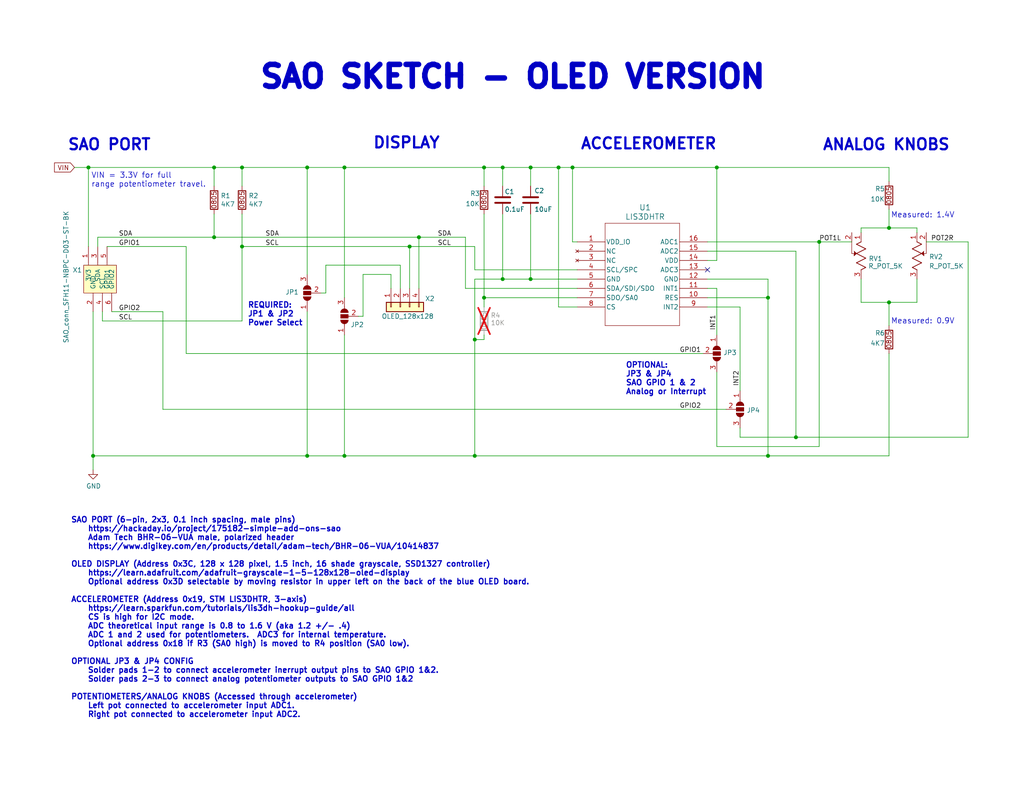
<source format=kicad_sch>
(kicad_sch (version 20231120) (generator "eeschema") (generator_version "8.0")
  (paper "A")
  (title_block (title "SAO Sketch - OLED Version") (date "2024-12-10") (rev "1.2") (company "Concept and design by Andy Geppert @ www.MachineIdeas.com") (comment 2 "https://hackaday.io/project/197581-etch-sao-sketch") (comment 4 "All non-polarized capacitors are X7R or X5R ceramic unless otherwise noted."))
  (lib_symbols
    (symbol "ANDY_SYMBOL_LIBRARY:GND" (power) (pin_names (offset 0))
      (property "Value" "GND" (at 3.937 -1.905 0))
      (symbol "GND_0_1"
        (polyline (pts (xy 0 0) (xy 0 -1.27) (xy 1.27 -1.27) (xy 0 -2.54) (xy -1.27 -1.27) (xy 0 -1.27)))
      )
      (symbol "GND_1_1"
        (pin power_in line (at 0 0 270) (length 0) hide (name "GND") (number "1"))
      )
    )
    (symbol "ANDY_SYMBOL_LIBRARY:LIS3DHTR" (pin_names (offset 0.254))
      (property "Reference" "U" (at 18.288 9.652 0))
      (property "Value" "LIS3DHTR" (at 18.288 7.112 0))
      (symbol "LIS3DHTR_0_1"
        (polyline (pts (xy 7.62 -22.86) (xy 27.94 -22.86)) (stroke (width 0.127)))
        (polyline (pts (xy 7.62 5.08) (xy 7.62 -22.86)) (stroke (width 0.127)))
        (polyline (pts (xy 27.94 -22.86) (xy 27.94 5.08)) (stroke (width 0.127)))
        (polyline (pts (xy 27.94 5.08) (xy 7.62 5.08)) (stroke (width 0.127)))
        (pin power_in line (at 0 0 0) (length 7.62) (name "VDD_IO") (number "1"))
        (pin unspecified line (at 35.56 -15.24 180) (length 7.62) (name "RES") (number "10"))
        (pin unspecified line (at 35.56 -12.7 180) (length 7.62) (name "INT1") (number "11"))
        (pin power_in line (at 35.56 -10.16 180) (length 7.62) (name "GND") (number "12"))
        (pin input line (at 35.56 -7.62 180) (length 7.62) (name "ADC3") (number "13"))
        (pin power_in line (at 35.56 -5.08 180) (length 7.62) (name "VDD") (number "14"))
        (pin input line (at 35.56 -2.54 180) (length 7.62) (name "ADC2") (number "15"))
        (pin input line (at 35.56 0 180) (length 7.62) (name "ADC1") (number "16"))
        (pin no_connect line (at 0 -2.54 0) (length 7.62) (name "NC") (number "2"))
        (pin no_connect line (at 0 -5.08 0) (length 7.62) (name "NC") (number "3"))
        (pin unspecified line (at 0 -7.62 0) (length 7.62) (name "SCL/SPC") (number "4"))
        (pin power_in line (at 0 -10.16 0) (length 7.62) (name "GND") (number "5"))
        (pin unspecified line (at 0 -12.7 0) (length 7.62) (name "SDA/SDI/SDO") (number "6"))
        (pin unspecified line (at 0 -15.24 0) (length 7.62) (name "SDO/SA0") (number "7"))
        (pin unspecified line (at 0 -17.78 0) (length 7.62) (name "CS") (number "8"))
        (pin unspecified line (at 35.56 -17.78 180) (length 7.62) (name "INT2") (number "9"))
      )
    )
    (symbol "ANDY_SYMBOL_LIBRARY:POT_91AR5KLF" (pin_names (offset 0.254))
      (property "Reference" "R" (at 5.715 6.985 0))
      (property "Value" "POT_91AR5KLF" (at 6.35 -3.81 0))
      (symbol "POT_91AR5KLF_1_1"
        (polyline (pts (xy 2.54 0) (xy 3.175 1.27)) (stroke (width 0.2032)))
        (polyline (pts (xy 2.54 2.54) (xy 5.715 2.54)) (stroke (width 0.127)))
        (polyline (pts (xy 3.175 1.27) (xy 4.445 -1.27)) (stroke (width 0.2032)))
        (polyline (pts (xy 4.445 -1.27) (xy 5.715 1.27)) (stroke (width 0.2032)))
        (polyline (pts (xy 5.715 1.27) (xy 6.985 -1.27)) (stroke (width 0.2032)))
        (polyline (pts (xy 5.715 2.54) (xy 5.715 1.27)) (stroke (width 0.127)))
        (polyline (pts (xy 6.985 -1.27) (xy 8.255 1.27)) (stroke (width 0.2032)))
        (polyline (pts (xy 8.255 1.27) (xy 9.525 -1.27)) (stroke (width 0.2032)))
        (polyline (pts (xy 9.525 -1.27) (xy 10.16 0)) (stroke (width 0.2032)))
        (polyline (pts (xy 5.08 1.905) (xy 5.715 1.27) (xy 6.35 1.905) (xy 5.715 1.905)) (fill (type outline)))
        (pin unspecified line (at 0 0 0) (length 2.54) (name "") (number "1"))
        (pin unspecified line (at 2.54 2.54 180) (length 2.54) (name "") (number "2"))
        (pin unspecified line (at 12.7 0 180) (length 2.54) (name "") (number "3"))
      )
    )
    (symbol "ANDY_SYMBOL_LIBRARY:Resistor_0805" (pin_numbers hide) (pin_names (offset 0))
      (property "Reference" "R" (at 2.032 0 90))
      (property "Value" "Resistor_0805" (at 0 0 90))
      (symbol "Resistor_0805_0_1"
        (rectangle (start -1.016 -2.54) (end 1.016 2.54) (stroke (width 0.254)))
      )
      (symbol "Resistor_0805_1_1"
        (text "0805" (at 0 0 900) (effects (font (size 1.27 1.27))))
        (pin passive line (at 0 3.81 270) (length 1.27) (name "~") (number "1"))
        (pin passive line (at 0 -3.81 90) (length 1.27) (name "~") (number "2"))
      )
    )
    (symbol "ANDY_SYMBOL_LIBRARY:SAO_conn_SFH11-NBPC-D03-ST-BK-badgelife_shitty_addon_v169bis" (pin_names (offset 1.016))
      (property "Reference" "X1" (at -8.1534 1.1938 0))
      (property "Value" "SAO_conn_SFH11-NBPC-D03-ST-BK" (at -10.6934 -18.9484 0))
      (symbol "SAO_conn_SFH11-NBPC-D03-ST-BK-badgelife_shitty_addon_v169bis_0_1"
        (rectangle (start -5.08 2.54) (end 3.81 -5.08) (fill (type background)))
      )
      (symbol "SAO_conn_SFH11-NBPC-D03-ST-BK-badgelife_shitty_addon_v169bis_1_1"
        (pin input line (at -3.81 7.62 270) (length 5.08) (name "3V3") (number "1"))
        (pin input line (at -2.54 -10.16 90) (length 5.08) (name "GND") (number "2"))
        (pin input line (at -1.27 7.62 270) (length 5.08) (name "SDA") (number "3"))
        (pin input line (at 0 -10.16 90) (length 5.08) (name "SCL") (number "4"))
        (pin input line (at 1.27 7.62 270) (length 5.08) (name "GPIO1") (number "5"))
        (pin input line (at 2.54 -10.16 90) (length 5.08) (name "GPIO2") (number "6"))
      )
    )
    (symbol "CORE_64_LIBRARY:SolderJumper_3_Open-Jumper" (pin_names (offset 0) hide)
      (property "Reference" "JP1" (at -1.27 2.54 90))
      (symbol "SolderJumper_3_Open-Jumper_0_1"
        (arc (start -1.016 1.016) (mid -2.0275 0) (end -1.016 -1.016))
        (arc (start -1.016 1.016) (mid -2.0275 0) (end -1.016 -1.016) (fill (type outline)))
        (rectangle (start -0.508 1.016) (end 0.508 -1.016) (fill (type outline)))
        (polyline (pts (xy -2.54 0) (xy -2.032 0)))
        (polyline (pts (xy -1.016 1.016) (xy -1.016 -1.016)))
        (polyline (pts (xy 0 -1.27) (xy 0 -1.016)))
        (polyline (pts (xy 1.016 1.016) (xy 1.016 -1.016)))
        (polyline (pts (xy 2.54 0) (xy 2.032 0)))
        (arc (start 1.016 -1.016) (mid 2.0275 0) (end 1.016 1.016))
        (arc (start 1.016 -1.016) (mid 2.0275 0) (end 1.016 1.016) (fill (type outline)))
      )
      (symbol "SolderJumper_3_Open-Jumper_1_1"
        (pin passive line (at -5.08 0 0) (length 2.54) (name "A") (number "1"))
        (pin input line (at 0 -3.81 90) (length 2.54) (name "C") (number "2"))
        (pin passive line (at 5.08 0 180) (length 2.54) (name "B") (number "3"))
      )
    )
    (symbol "Connector_Generic:Conn_01x04" (pin_names (offset 1.016) hide)
      (property "Reference" "J" (at 0 5.08 0))
      (property "Value" "Conn_01x04" (at 0 -7.62 0))
      (symbol "Conn_01x04_1_1"
        (rectangle (start -1.27 -4.953) (end 0 -5.207) (stroke (width 0.1524)))
        (rectangle (start -1.27 -2.413) (end 0 -2.667) (stroke (width 0.1524)))
        (rectangle (start -1.27 0.127) (end 0 -0.127) (stroke (width 0.1524)))
        (rectangle (start -1.27 2.667) (end 0 2.413) (stroke (width 0.1524)))
        (rectangle (start -1.27 3.81) (end 1.27 -6.35) (stroke (width 0.254)) (fill (type background)))
        (pin passive line (at -5.08 2.54 0) (length 3.81) (name "Pin_1") (number "1"))
        (pin passive line (at -5.08 0 0) (length 3.81) (name "Pin_2") (number "2"))
        (pin passive line (at -5.08 -2.54 0) (length 3.81) (name "Pin_3") (number "3"))
        (pin passive line (at -5.08 -5.08 0) (length 3.81) (name "Pin_4") (number "4"))
      )
    )
    (symbol "Device:C" (pin_numbers hide) (pin_names (offset 0.254))
      (property "Reference" "C" (at 0.635 2.54 0))
      (property "Value" "C" (at 0.635 -2.54 0))
      (symbol "C_0_1"
        (polyline (pts (xy -2.032 -0.762) (xy 2.032 -0.762)) (stroke (width 0.508)))
        (polyline (pts (xy -2.032 0.762) (xy 2.032 0.762)) (stroke (width 0.508)))
      )
      (symbol "C_1_1"
        (pin passive line (at 0 3.81 270) (length 2.794) (name "~") (number "1"))
        (pin passive line (at 0 -3.81 90) (length 2.794) (name "~") (number "2"))
      )
    )
  )
  (bus_alias "CA_SHIFT_REGISTER_BUS" (members "CM_SR_CLK" "CM_SR_LAT" "CM_SR_~{OE}" "CM_SR_SER1"))
  (bus_alias "CM_TRANSISTOR_DRIVE_BUS" (members "CM_Q1N" "CM_Q1P" "CM_Q2N" "CM_Q2P" "CM_Q3N" "CM_Q3P" "CM_Q4N" "CM_Q4P" "CM_Q5N" "CM_Q5P" "CM_Q6N" "CM_Q6P" "CM_Q7N" "CM_Q7P" "CM_Q8N" "CM_Q8P" "CM_Q9N" "CM_Q9P" "CM_Q10N" "CM_Q10P" "CA_SR_GPO_A" "CA_SR_GPO_B" "CA_SR_GPO_C" "CA_SR_GPO_D"))
  (bus_alias "GPIO_CPS_BUS" (members "GPIO1_CP1_SAO1" "GPIO2_CP2_SAO2" "GPIO3_CP3_DC" "GPIO4_CP4_CS2" "GPIO5_CP5_HS1" "GPIO6_CP6_HS2" "GPIO7_CP7_HS3" "GPIO8_CP8_HS4"))
  (bus_alias "I2C_3V3_BUS" (members "I2C_3V3_SCL" "I2C_3V3_SDA"))
  (bus_alias "SPI_3V3_BUS" (members "SPI_CD" "SPI_RESET" "SPI_SDI" "SPI_CS1" "SPI_CLK" "SPI_SDO"))
  (junction (at 83.82 45.72))
  (junction (at 93.98 45.72))
  (junction (at 66.04 45.72))
  (junction (at 66.04 67.31))
  (junction (at 217.17 119.38))
  (junction (at 132.08 45.72))
  (junction (at 25.4 124.46))
  (junction (at 83.82 124.46))
  (junction (at 209.55 124.46))
  (junction (at 58.42 64.77))
  (junction (at 144.78 76.2))
  (junction (at 144.78 45.72))
  (junction (at 195.58 45.72))
  (junction (at 129.54 92.71))
  (junction (at 242.57 62.23))
  (junction (at 137.16 45.72))
  (junction (at 242.57 82.55))
  (junction (at 24.13 45.72))
  (junction (at 152.4 45.72))
  (junction (at 58.42 45.72))
  (junction (at 114.3 64.77))
  (junction (at 209.55 81.28))
  (junction (at 111.76 67.31))
  (junction (at 129.54 124.46))
  (junction (at 156.21 45.72))
  (junction (at 223.52 66.04))
  (junction (at 137.16 76.2))
  (junction (at 93.98 124.46))
  (junction (at 132.08 81.28))
  (no_connect (at 193.04 73.66))
  (wire (pts (xy 156.21 45.72) (xy 195.58 45.72)))
  (wire (pts (xy 24.13 45.72) (xy 58.42 45.72)))
  (wire (pts (xy 217.17 119.38) (xy 264.16 119.38)))
  (wire (pts (xy 27.94 87.63) (xy 27.94 85.09)))
  (wire (pts (xy 195.58 121.92) (xy 195.58 101.6)))
  (wire (pts (xy 193.04 83.82) (xy 201.93 83.82)))
  (wire (pts (xy 132.08 81.28) (xy 132.08 58.42)))
  (wire (pts (xy 127 78.74) (xy 127 64.77)))
  (wire (pts (xy 252.73 66.04) (xy 264.16 66.04)))
  (wire (pts (xy 195.58 45.72) (xy 242.57 45.72)))
  (wire (pts (xy 30.48 85.09) (xy 44.45 85.09)))
  (wire (pts (xy 264.16 119.38) (xy 264.16 66.04)))
  (wire (pts (xy 137.16 58.42) (xy 137.16 76.2)))
  (wire (pts (xy 25.4 124.46) (xy 83.82 124.46)))
  (wire (pts (xy 157.48 81.28) (xy 132.08 81.28)))
  (wire (pts (xy 137.16 45.72) (xy 137.16 50.8)))
  (wire (pts (xy 20.32 45.72) (xy 24.13 45.72)))
  (wire (pts (xy 58.42 58.42) (xy 58.42 64.77)))
  (wire (pts (xy 50.8 67.31) (xy 50.8 96.52)))
  (wire (pts (xy 66.04 45.72) (xy 83.82 45.72)))
  (wire (pts (xy 83.82 45.72) (xy 83.82 74.93)))
  (wire (pts (xy 242.57 88.9) (xy 242.57 82.55)))
  (wire (pts (xy 50.8 96.52) (xy 191.77 96.52)))
  (wire (pts (xy 193.04 78.74) (xy 195.58 78.74)))
  (wire (pts (xy 83.82 85.09) (xy 83.82 124.46)))
  (wire (pts (xy 88.9 72.39) (xy 109.22 72.39)))
  (wire (pts (xy 132.08 91.44) (xy 132.08 92.71)))
  (wire (pts (xy 66.04 58.42) (xy 66.04 67.31)))
  (wire (pts (xy 137.16 45.72) (xy 144.78 45.72)))
  (wire (pts (xy 129.54 124.46) (xy 209.55 124.46)))
  (wire (pts (xy 144.78 45.72) (xy 144.78 50.8)))
  (wire (pts (xy 93.98 45.72) (xy 132.08 45.72)))
  (wire (pts (xy 234.95 76.2) (xy 234.95 82.55)))
  (wire (pts (xy 114.3 64.77) (xy 127 64.77)))
  (wire (pts (xy 144.78 76.2) (xy 157.48 76.2)))
  (wire (pts (xy 129.54 76.2) (xy 129.54 92.71)))
  (wire (pts (xy 217.17 68.58) (xy 217.17 119.38)))
  (wire (pts (xy 26.67 64.77) (xy 26.67 67.31)))
  (wire (pts (xy 157.48 78.74) (xy 127 78.74)))
  (wire (pts (xy 99.06 86.36) (xy 99.06 74.93)))
  (wire (pts (xy 93.98 91.44) (xy 93.98 124.46)))
  (wire (pts (xy 152.4 83.82) (xy 157.48 83.82)))
  (wire (pts (xy 109.22 72.39) (xy 109.22 78.74)))
  (wire (pts (xy 58.42 64.77) (xy 114.3 64.77)))
  (wire (pts (xy 58.42 45.72) (xy 66.04 45.72)))
  (wire (pts (xy 106.68 74.93) (xy 106.68 78.74)))
  (wire (pts (xy 83.82 45.72) (xy 93.98 45.72)))
  (wire (pts (xy 195.58 78.74) (xy 195.58 91.44)))
  (wire (pts (xy 242.57 82.55) (xy 250.19 82.55)))
  (wire (pts (xy 157.48 66.04) (xy 156.21 66.04)))
  (wire (pts (xy 195.58 45.72) (xy 195.58 71.12)))
  (wire (pts (xy 132.08 45.72) (xy 137.16 45.72)))
  (wire (pts (xy 223.52 66.04) (xy 223.52 121.92)))
  (wire (pts (xy 58.42 45.72) (xy 58.42 50.8)))
  (wire (pts (xy 209.55 124.46) (xy 242.57 124.46)))
  (wire (pts (xy 132.08 92.71) (xy 129.54 92.71)))
  (wire (pts (xy 44.45 111.76) (xy 198.12 111.76)))
  (wire (pts (xy 93.98 45.72) (xy 93.98 81.28)))
  (wire (pts (xy 144.78 45.72) (xy 152.4 45.72)))
  (wire (pts (xy 234.95 62.23) (xy 242.57 62.23)))
  (wire (pts (xy 27.94 87.63) (xy 66.04 87.63)))
  (wire (pts (xy 83.82 124.46) (xy 93.98 124.46)))
  (wire (pts (xy 242.57 96.52) (xy 242.57 124.46)))
  (wire (pts (xy 114.3 64.77) (xy 114.3 78.74)))
  (wire (pts (xy 111.76 67.31) (xy 129.54 67.31)))
  (wire (pts (xy 152.4 45.72) (xy 152.4 83.82)))
  (wire (pts (xy 193.04 71.12) (xy 195.58 71.12)))
  (wire (pts (xy 137.16 76.2) (xy 144.78 76.2)))
  (wire (pts (xy 88.9 80.01) (xy 87.63 80.01)))
  (wire (pts (xy 44.45 85.09) (xy 44.45 111.76)))
  (wire (pts (xy 223.52 66.04) (xy 232.41 66.04)))
  (wire (pts (xy 242.57 45.72) (xy 242.57 49.53)))
  (wire (pts (xy 137.16 76.2) (xy 129.54 76.2)))
  (wire (pts (xy 217.17 68.58) (xy 193.04 68.58)))
  (wire (pts (xy 223.52 121.92) (xy 195.58 121.92)))
  (wire (pts (xy 129.54 73.66) (xy 129.54 67.31)))
  (wire (pts (xy 201.93 83.82) (xy 201.93 106.68)))
  (wire (pts (xy 152.4 45.72) (xy 156.21 45.72)))
  (wire (pts (xy 209.55 81.28) (xy 209.55 124.46)))
  (wire (pts (xy 144.78 58.42) (xy 144.78 76.2)))
  (wire (pts (xy 156.21 66.04) (xy 156.21 45.72)))
  (wire (pts (xy 250.19 76.2) (xy 250.19 82.55)))
  (wire (pts (xy 234.95 62.23) (xy 234.95 63.5)))
  (wire (pts (xy 129.54 92.71) (xy 129.54 124.46)))
  (wire (pts (xy 242.57 62.23) (xy 250.19 62.23)))
  (wire (pts (xy 88.9 80.01) (xy 88.9 72.39)))
  (wire (pts (xy 93.98 124.46) (xy 129.54 124.46)))
  (wire (pts (xy 25.4 128.27) (xy 25.4 124.46)))
  (wire (pts (xy 242.57 57.15) (xy 242.57 62.23)))
  (wire (pts (xy 111.76 67.31) (xy 111.76 78.74)))
  (wire (pts (xy 201.93 119.38) (xy 217.17 119.38)))
  (wire (pts (xy 66.04 67.31) (xy 66.04 87.63)))
  (wire (pts (xy 99.06 74.93) (xy 106.68 74.93)))
  (wire (pts (xy 66.04 67.31) (xy 111.76 67.31)))
  (wire (pts (xy 157.48 73.66) (xy 129.54 73.66)))
  (wire (pts (xy 193.04 81.28) (xy 209.55 81.28)))
  (wire (pts (xy 250.19 62.23) (xy 250.19 63.5)))
  (wire (pts (xy 29.21 67.31) (xy 50.8 67.31)))
  (wire (pts (xy 25.4 124.46) (xy 25.4 85.09)))
  (wire (pts (xy 234.95 82.55) (xy 242.57 82.55)))
  (wire (pts (xy 209.55 76.2) (xy 209.55 81.28)))
  (wire (pts (xy 132.08 81.28) (xy 132.08 83.82)))
  (wire (pts (xy 193.04 76.2) (xy 209.55 76.2)))
  (wire (pts (xy 201.93 119.38) (xy 201.93 116.84)))
  (wire (pts (xy 193.04 66.04) (xy 223.52 66.04)))
  (wire (pts (xy 66.04 45.72) (xy 66.04 50.8)))
  (wire (pts (xy 97.79 86.36) (xy 99.06 86.36)))
  (wire (pts (xy 132.08 45.72) (xy 132.08 50.8)))
  (wire (pts (xy 24.13 45.72) (xy 24.13 67.31)))
  (wire (pts (xy 26.67 64.77) (xy 58.42 64.77)))
  (text "SAO PORT (6-pin, 2x3, 0.1 inch spacing, male pins)\n    https://hackaday.io/project/175182-simple-add-ons-sao\n    Adam Tech BHR-06-VUA male, polarized header\n    https://www.digikey.com/en/products/detail/adam-tech/BHR-06-VUA/10414837\n\nOLED DISPLAY (Address 0x3C, 128 x 128 pixel, 1.5 inch, 16 shade grayscale, SSD1327 controller)\n    https://learn.adafruit.com/adafruit-grayscale-1-5-128x128-oled-display\n    Optional address 0x3D selectable by moving resistor in upper left on the back of the blue OLED board.\n\nACCELEROMETER (Address 0x19, STM LIS3DHTR, 3-axis)\n    https://learn.sparkfun.com/tutorials/lis3dh-hookup-guide/all\n    CS is high for I2C mode.\n    ADC theoretical input range is 0.8 to 1.6 V (aka 1.2 +/- .4)\n    ADC 1 and 2 used for potentiometers.  ADC3 for internal temperature.\n    Optional address 0x18 if R3 (SA0 high) is moved to R4 position (SA0 low).\n\nOPTIONAL JP3 & JP4 CONFIG\n    Solder pads 1-2 to connect accelerometer inerrupt output pins to SAO GPIO 1&2.\n    Solder pads 2-3 to connect analog potentiometer outputs to SAO GPIO 1&2  \n\nPOTENTIOMETERS/ANALOG KNOBS (Accessed through accelerometer)\n    Left pot connected to accelerometer input ADC1.\n    Right pot connected to accelerometer input ADC2." (at 19.304 196.088 0) (effects (font (size 1.5 1.5) (thickness 0.3) (bold yes)) (justify left bottom)))
  (text "Measured: 1.4V" (at 243.078 59.69 0) (effects (font (size 1.5 1.5)) (justify left bottom)))
  (text "REQUIRED:\nJP1 & JP2\nPower Select" (at 67.564 89.154 0) (effects (font (size 1.5 1.5) (thickness 0.3) (bold yes)) (justify left bottom)))
  (text "DISPLAY" (at 101.6 40.894 0) (effects (font (size 3 3) (thickness 0.6) (bold yes)) (justify left bottom)))
  (text "ANALOG KNOBS" (at 224.282 41.402 0) (effects (font (size 3 3) (thickness 0.6) (bold yes)) (justify left bottom)))
  (text "SAO SKETCH - OLED VERSION" (at 70.358 24.638 0) (effects (font (size 6 6) (thickness 1.6) (bold yes)) (justify left bottom)))
  (text "Measured: 0.9V" (at 243.078 88.646 0) (effects (font (size 1.5 1.5)) (justify left bottom)))
  (text "VIN = 3.3V for full\nrange potentiometer travel." (at 24.892 51.308 0) (effects (font (size 1.5 1.5)) (justify left bottom)))
  (text "OPTIONAL:\nJP3 & JP4\nSAO GPIO 1 & 2\nAnalog or Interrupt" (at 170.688 107.95 0) (effects (font (size 1.5 1.5) (thickness 0.3) (bold yes)) (justify left bottom)))
  (text "ACCELEROMETER" (at 158.242 41.148 0) (effects (font (size 3 3) (thickness 0.6) (bold yes)) (justify left bottom)))
  (text "SAO PORT" (at 18.288 41.402 0) (effects (font (size 3 3) (thickness 0.6) (bold yes)) (justify left bottom)))
  (label "SDA" (at 32.385 64.77 0))
  (label "GPIO1" (at 32.385 67.31 0))
  (label "SCL" (at 32.385 87.63 0))
  (label "POT2R" (at 254 66.04 0))
  (label "INT2" (at 201.93 105.41 90))
  (label "GPIO2" (at 32.385 85.09 0))
  (label "GPIO1" (at 185.42 96.52 0))
  (label "SCL" (at 119.38 67.31 0))
  (label "SDA" (at 72.39 64.77 0))
  (label "GPIO2" (at 185.42 111.76 0))
  (label "POT1L" (at 223.52 66.04 0))
  (label "SDA" (at 119.38 64.77 0))
  (label "SCL" (at 72.39 67.31 0))
  (label "INT1" (at 195.58 90.17 90))
  (global_label "VIN" (shape input) (at 20.32 45.72 180) (property "Intersheetrefs" "${INTERSHEET_REFS}" (effects (hide yes))))
  (symbol (lib_id "ANDY_SYMBOL_LIBRARY:Resistor_0805") (at 66.04 54.61 0) (unit 1)
    (property "Reference" "R2" (at 67.818 53.4416 0) (effects (justify left)))
    (property "Value" "4K7" (at 67.818 55.753 0) (effects (justify left)))
    (property "Footprint" "Resistor_SMD:R_0805_2012Metric" (effects (hide yes)))
    (property "Description" "Resistor" (effects (hide yes)))
    (property "Populate" "no" (effects (hide yes)))
    (property "LCSC" "C17673" (effects (hide yes)))
  )
  (symbol (lib_id "CORE_64_LIBRARY:SolderJumper_3_Open-Jumper") (at 201.93 111.76 270) (unit 1)
    (property "Reference" "JP4" (at 203.708 112.014 90) (effects (justify left)))
    (property "Value" "SolderJumper_3_Open" (effects (hide yes)))
    (property "Footprint" "Jumper:SolderJumper-3_P1.3mm_Open_RoundedPad1.0x1.5mm_NumberLabels" (effects (hide yes)))
    (property "Insert?" "No" (effects (hide yes)))
    (property "Populate" "DNP" (effects (hide yes)))
  )
  (symbol (lib_id "CORE_64_LIBRARY:SolderJumper_3_Open-Jumper") (at 195.58 96.52 270) (unit 1)
    (property "Reference" "JP3" (at 197.358 96.266 90) (effects (justify left)))
    (property "Value" "SolderJumper_3_Open" (effects (hide yes)))
    (property "Footprint" "Jumper:SolderJumper-3_P1.3mm_Open_RoundedPad1.0x1.5mm_NumberLabels" (effects (hide yes)))
    (property "Insert?" "No" (effects (hide yes)))
    (property "Populate" "DNP" (effects (hide yes)))
  )
  (symbol (lib_id "ANDY_SYMBOL_LIBRARY:Resistor_0805") (at 58.42 54.61 0) (unit 1)
    (property "Reference" "R1" (at 60.198 53.4416 0) (effects (justify left)))
    (property "Value" "4K7" (at 60.198 55.753 0) (effects (justify left)))
    (property "Footprint" "Resistor_SMD:R_0805_2012Metric" (effects (hide yes)))
    (property "Description" "Resistor" (effects (hide yes)))
    (property "Populate" "no" (effects (hide yes)))
    (property "LCSC" "C17673" (effects (hide yes)))
  )
  (symbol (lib_id "ANDY_SYMBOL_LIBRARY:GND") (at 25.4 128.27 0) (unit 1)
    (property "Reference" "#PWR02" (effects (hide yes)))
    (property "Value" "GND" (at 25.527 132.715 0))
  )
  (symbol (lib_id "ANDY_SYMBOL_LIBRARY:LIS3DHTR") (at 157.48 66.04 0) (unit 1)
    (property "Reference" "U1" (at 176.022 56.642 0) (effects (font (size 1.524 1.524))))
    (property "Value" "LIS3DHTR" (at 176.022 59.182 0) (effects (font (size 1.524 1.524))))
    (property "Footprint" "Andy_Footprint_Library:LGA-16_3x3x1mm_STM" (effects (hide yes)))
    (property "Datasheet" "LIS3DHTR" (effects (hide yes)))
    (property "Digi-Key_PN" "497-10613-2-ND" (effects (hide yes)))
    (property "LCSC" "C15134" (effects (hide yes)))
    (property "Manufacturer" "STMicroelectronics" (effects (hide yes)))
    (property "Manufacturer_Part_Number" "LIS3DHTR" (effects (hide yes)))
  )
  (symbol (lib_id "Connector_Generic:Conn_01x04") (at 109.22 83.82 90) (mirror x) (unit 1)
    (property "Reference" "X2" (at 118.618 81.534 90) (effects (justify left)))
    (property "Value" "OLED_128x128" (at 118.364 86.36 90) (effects (justify left)))
    (property "Footprint" "Andy_Footprint_Library:OLED_1.50_128x128" (effects (hide yes)))
    (property "Insert?" "No" (effects (hide yes)))
    (property "Populate" "DNP" (effects (hide yes)))
    (property "User Optional" "yes" (effects (hide yes)))
  )
  (symbol (lib_id "ANDY_SYMBOL_LIBRARY:POT_91AR5KLF") (at 234.95 63.5 90) (mirror x) (unit 1)
    (property "Reference" "RV1" (at 240.792 70.612 90) (effects (justify left)))
    (property "Value" "R_POT_5K" (at 246.38 72.644 90) (effects (justify left)))
    (property "Footprint" "Andy_Footprint_Library:POT_RES3_91A_TTE" (effects (hide yes)))
    (property "Datasheet" "91AR5KLF" (effects (hide yes)))
    (property "Description" "Potentiometer, US symbol" (effects (hide yes)))
    (property "Digi-Key_PN" "987-1171-ND" (effects (hide yes)))
    (property "Manufacturer" "TT Electronics" (effects (hide yes)))
    (property "Manufacturer_Part_Number" "91AR5KLF" (effects (hide yes)))
  )
  (symbol (lib_id "ANDY_SYMBOL_LIBRARY:Resistor_0805") (at 132.08 54.61 0) (unit 1)
    (property "Reference" "R3" (at 128.27 52.832 0) (effects (justify left)))
    (property "Value" "10K" (at 127 55.626 0) (effects (justify left)))
    (property "Footprint" "Resistor_SMD:R_0805_2012Metric" (effects (hide yes)))
    (property "Description" "Resistor" (effects (hide yes)))
    (property "Populate" "no" (effects (hide yes)))
    (property "LCSC" "C17414" (effects (hide yes)))
  )
  (symbol (lib_id "ANDY_SYMBOL_LIBRARY:Resistor_0805") (at 132.08 87.63 0) (unit 1) (dnp yes)
    (property "Reference" "R4" (at 133.858 86.106 0) (effects (justify left)))
    (property "Value" "10K" (at 133.858 88.138 0) (effects (justify left)))
    (property "Footprint" "Resistor_SMD:R_0805_2012Metric" (effects (hide yes)))
    (property "Description" "Resistor" (effects (hide yes)))
    (property "Populate" "no" (effects (hide yes)))
    (property "LCSC" "C17414" (effects (hide yes)))
  )
  (symbol (lib_id "ANDY_SYMBOL_LIBRARY:Resistor_0805") (at 242.57 92.71 0) (unit 1)
    (property "Reference" "R6" (at 238.76 90.932 0) (effects (justify left)))
    (property "Value" "4K7" (at 237.49 93.726 0) (effects (justify left)))
    (property "Footprint" "Resistor_SMD:R_0805_2012Metric" (effects (hide yes)))
    (property "Description" "Resistor" (effects (hide yes)))
    (property "Populate" "no" (effects (hide yes)))
    (property "LCSC" "C17673" (effects (hide yes)))
  )
  (symbol (lib_id "Device:C") (at 137.16 54.61 0) (unit 1)
    (property "Reference" "C1" (at 137.668 52.324 0) (effects (justify left)))
    (property "Value" "0.1uF" (at 137.668 57.15 0) (effects (justify left)))
    (property "Footprint" "Capacitor_SMD:C_0805_2012Metric" (effects (hide yes)))
    (property "Description" "CAP" (effects (hide yes)))
    (property "Insert?" "Yes" (effects (hide yes)))
    (property "LCSC" "C28233" (effects (hide yes)))
    (property "Populate" "yes" (effects (hide yes)))
  )
  (symbol (lib_id "Device:C") (at 144.78 54.61 0) (unit 1)
    (property "Reference" "C2" (at 145.796 52.07 0) (effects (justify left)))
    (property "Value" "10uF" (at 145.796 57.15 0) (effects (justify left)))
    (property "Footprint" "Capacitor_SMD:C_0805_2012Metric" (effects (hide yes)))
    (property "Description" "CAP" (effects (hide yes)))
    (property "Insert?" "Yes" (effects (hide yes)))
    (property "LCSC" "C17024" (effects (hide yes)))
    (property "Populate" "yes" (effects (hide yes)))
  )
  (symbol (lib_id "ANDY_SYMBOL_LIBRARY:SAO_conn_SFH11-NBPC-D03-ST-BK-badgelife_shitty_addon_v169bis") (at 27.94 74.93 0) (unit 1)
    (property "Reference" "X1" (at 19.7866 73.7362 0) (effects (justify left)))
    (property "Value" "SAO_conn_SFH11-NBPC-D03-ST-BK" (at 18.034 93.726 90) (effects (justify left)))
    (property "Footprint" "Andy_Footprint_Library:Badgelife-SAOv169-BADGE-2x3-Edge-Connect-no-front-text-shortened" (effects (hide yes)))
    (property "Description" "CONN HDR 6POS KEYED SOCKET 0.1 T.H." (effects (hide yes)))
    (property "MPN" "SFH11-NBPC-D03-ST-BK" (effects (hide yes)))
    (property "Manufacturer_Name" "Sullins" (effects (hide yes)))
    (property "Insert?" "Yes" (effects (hide yes)))
    (property "Populate" "DNP" (effects (hide yes)))
    (property "User Optional" "yes" (effects (hide yes)))
  )
  (symbol (lib_id "ANDY_SYMBOL_LIBRARY:POT_91AR5KLF") (at 250.19 63.5 270) (unit 1)
    (property "Reference" "RV2" (at 253.492 70.104 90) (effects (justify left)))
    (property "Value" "R_POT_5K" (at 253.492 72.644 90) (effects (justify left)))
    (property "Footprint" "Andy_Footprint_Library:POT_RES3_91A_TTE" (effects (hide yes)))
    (property "Datasheet" "91AR5KLF" (effects (hide yes)))
    (property "Description" "Potentiometer, US symbol" (effects (hide yes)))
    (property "Digi-Key_PN" "987-1171-ND" (effects (hide yes)))
    (property "Manufacturer" "TT Electronics" (effects (hide yes)))
    (property "Manufacturer_Part_Number" "91AR5KLF" (effects (hide yes)))
  )
  (symbol (lib_id "CORE_64_LIBRARY:SolderJumper_3_Open-Jumper") (at 83.82 80.01 90) (unit 1)
    (property "Reference" "JP1" (at 81.534 79.756 90) (effects (justify left)))
    (property "Value" "SolderJumper_3_Open" (effects (hide yes)))
    (property "Footprint" "Jumper:SolderJumper-3_P1.3mm_Open_RoundedPad1.0x1.5mm_NumberLabels" (effects (hide yes)))
    (property "Insert?" "No" (effects (hide yes)))
    (property "Populate" "DNP" (effects (hide yes)))
  )
  (symbol (lib_id "ANDY_SYMBOL_LIBRARY:Resistor_0805") (at 242.57 53.34 0) (unit 1)
    (property "Reference" "R5" (at 238.76 51.562 0) (effects (justify left)))
    (property "Value" "10K" (at 237.49 54.356 0) (effects (justify left)))
    (property "Footprint" "Resistor_SMD:R_0805_2012Metric" (effects (hide yes)))
    (property "Description" "Resistor" (effects (hide yes)))
    (property "Populate" "no" (effects (hide yes)))
    (property "LCSC" "C17414" (effects (hide yes)))
  )
  (symbol (lib_id "CORE_64_LIBRARY:SolderJumper_3_Open-Jumper") (at 93.98 86.36 90) (unit 1)
    (property "Reference" "JP2" (at 99.314 88.646 90) (effects (justify left)))
    (property "Value" "SolderJumper_3_Open" (effects (hide yes)))
    (property "Footprint" "Jumper:SolderJumper-3_P1.3mm_Open_RoundedPad1.0x1.5mm_NumberLabels" (effects (hide yes)))
    (property "Insert?" "No" (effects (hide yes)))
    (property "Populate" "DNP" (effects (hide yes)))
  )
)
</source>
